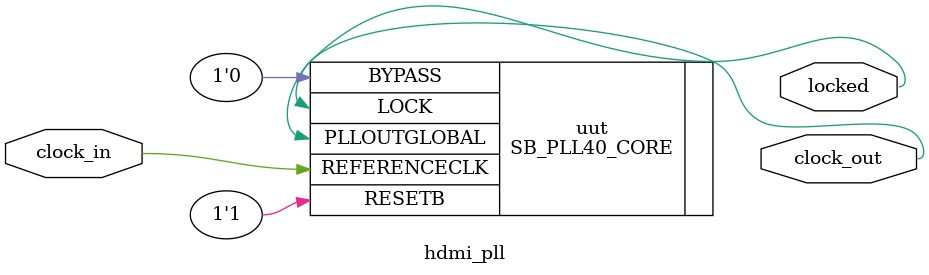
<source format=v>
/**
 * PLL configuration
 *
 * This Verilog module was generated automatically
 * using the icepll tool from the IceStorm project.
 * Use at your own risk.
 *
 * Given input frequency:        25.000 MHz
 * Requested output frequency:  125.000 MHz
 * Achieved output frequency:   125.000 MHz
 */

module hdmi_pll(
	input  clock_in,
	output clock_out,
	output locked
	);

SB_PLL40_CORE #(
		.FEEDBACK_PATH("SIMPLE"),
		.DIVR(4'b0000),		// DIVR =  0
		.DIVF(7'b0100111),	// DIVF = 39
		.DIVQ(3'b011),		// DIVQ =  3
		.FILTER_RANGE(3'b010)	// FILTER_RANGE = 2
	) uut (
		.LOCK(locked),
		.RESETB(1'b1),
		.BYPASS(1'b0),
		.REFERENCECLK(clock_in),
		.PLLOUTGLOBAL(clock_out)
		);

endmodule

</source>
